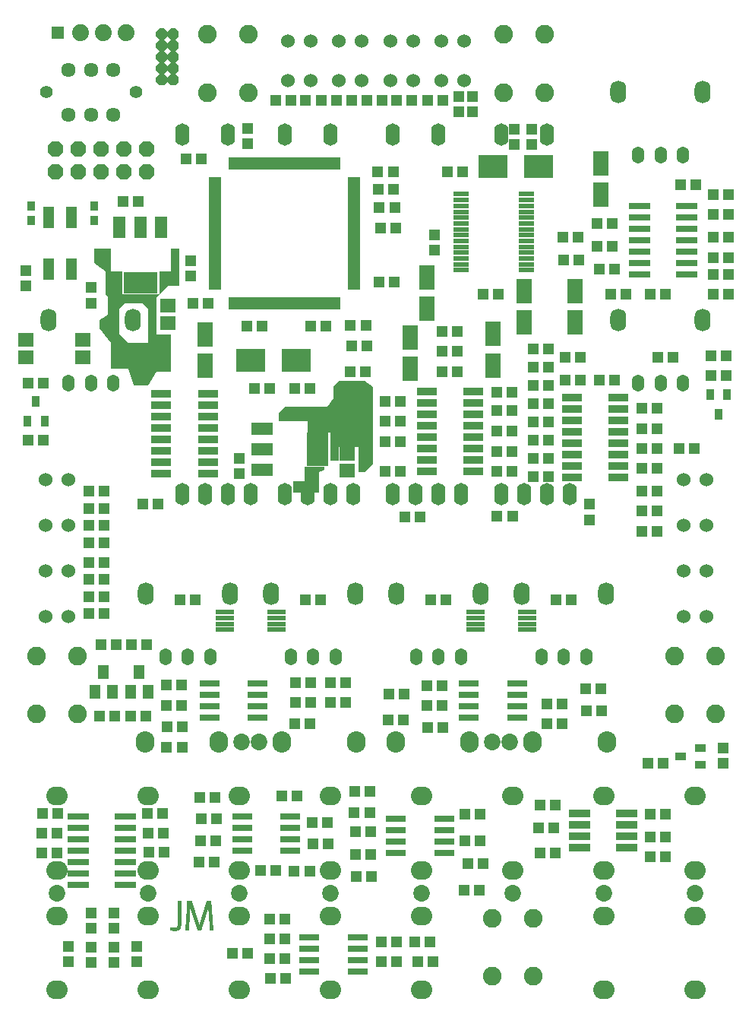
<source format=gts>
G04 DipTrace 3.3.0.0*
G04 typhoon.GTS*
%MOIN*%
G04 #@! TF.FileFunction,Soldermask,Top*
G04 #@! TF.Part,Single*
%AMOUTLINE0*
4,1,4,
0.026163,-0.026163,
0.026205,0.026121,
-0.026121,0.026205,
-0.026163,-0.026163,
0.026163,-0.026163,
0*%
%AMOUTLINE1*
4,1,8,
-0.034184,0.014159,
-0.014159,0.034184,
0.014159,0.034184,
0.034184,0.014159,
0.034184,-0.014159,
0.014159,-0.034184,
-0.014159,-0.034184,
-0.034184,-0.014159,
-0.034184,0.014159,
0*%
%AMOUTLINE3*
4,1,8,
0.010355,-0.025,
0.025,-0.010355,
0.025,0.010355,
0.010355,0.025,
-0.010355,0.025,
-0.025,0.010355,
-0.025,-0.010355,
-0.010355,-0.025,
0.010355,-0.025,
0*%
%AMOUTLINE6*
4,1,4,
-0.01,-0.0275,
-0.01,0.0275,
0.01,0.0275,
0.01,-0.0275,
-0.01,-0.0275,
0*%
%AMOUTLINE9*
4,1,4,
0.0275,-0.01,
-0.0275,-0.01,
-0.0275,0.01,
0.0275,0.01,
0.0275,-0.01,
0*%
%ADD12C,0.001*%
%ADD35C,0.074*%
%ADD58O,0.054X0.074*%
%ADD59O,0.07X0.1*%
%ADD78O,0.063X0.098*%
%ADD80R,0.078866X0.023748*%
%ADD82R,0.095X0.032*%
%ADD84R,0.04737X0.035559*%
%ADD86R,0.08674X0.031622*%
%ADD88R,0.094614X0.149732*%
%ADD90R,0.095992X0.055992*%
%ADD92R,0.035559X0.04737*%
%ADD94R,0.088X0.034*%
%ADD96R,0.149732X0.094614*%
%ADD98R,0.055992X0.095992*%
%ADD100R,0.094614X0.031622*%
%ADD102R,0.067055X0.023748*%
%ADD104C,0.055559*%
%ADD106C,0.063433*%
%ADD108R,0.04737X0.063118*%
%ADD110R,0.12611X0.102488*%
%ADD112C,0.06*%
%ADD114C,0.082*%
%ADD116O,0.083X0.093*%
%ADD118C,0.073*%
%ADD120O,0.093X0.083*%
%ADD122R,0.035559X0.041465*%
%ADD124R,0.04737X0.094614*%
%ADD126R,0.067055X0.059181*%
%ADD128R,0.051307X0.04737*%
%ADD130R,0.070992X0.106425*%
%ADD132R,0.04737X0.051307*%
%ADD138OUTLINE0*%
%ADD139OUTLINE1*%
%ADD141OUTLINE3*%
%ADD144OUTLINE6*%
%ADD147OUTLINE9*%
%FSLAX26Y26*%
G04*
G70*
G90*
G75*
G01*
G04 TopMask*
%LPD*%
D132*
X1417071Y4233374D3*
Y4166445D3*
X2587105Y4231038D3*
Y4164109D3*
X2663835Y4231038D3*
Y4164109D3*
D130*
X2966603Y4081795D3*
Y3944000D3*
D128*
X1212567Y4102465D3*
X1145638D3*
X1987629Y4045235D3*
X2054558D3*
X2358532Y4044000D3*
X2291603D3*
X2056965Y3969123D3*
X1990036D3*
X3314548Y3986081D3*
X3381477D3*
X3525067Y3944000D3*
X3458138D3*
X869634Y3915555D3*
X936563D3*
X2949674Y3819000D3*
X3016603D3*
D132*
X2234594Y3766840D3*
Y3699911D3*
D128*
X2866603Y3758399D3*
X2799674D3*
X3526311Y3756500D3*
X3459382D3*
X3016603Y3719000D3*
X2949674D3*
D130*
X2204103Y3581500D3*
Y3443705D3*
D132*
X441603Y3544000D3*
Y3610929D3*
D130*
X2629103Y3520899D3*
Y3383104D3*
X2854103Y3520899D3*
Y3383104D3*
D128*
X1992991Y3561915D3*
X2059920D3*
D132*
X729103Y3535929D3*
Y3469000D3*
D128*
X2516603Y3508399D3*
X2449674D3*
X3250067Y3506500D3*
X3183138D3*
X3525067D3*
X3458138D3*
X1241603Y3469000D3*
X1174674D3*
D126*
X1066603Y3456500D3*
Y3381697D3*
D130*
X2491603Y3333119D3*
Y3195324D3*
X1229103Y3331500D3*
Y3193705D3*
X2129103Y3319000D3*
Y3181205D3*
D128*
X1867654Y3369531D3*
X1934583D3*
X1479103Y3369000D3*
X1412174D3*
X1691603D3*
X1758532D3*
X2337567Y3344000D3*
X2270638D3*
D126*
X441603Y3306500D3*
Y3231697D3*
X691603Y3231500D3*
Y3306303D3*
D128*
X1872007Y3279324D3*
X1938936D3*
X3449674Y3237307D3*
X3516603D3*
X2808138Y3230194D3*
X2875067D3*
X2270638Y3169000D3*
X2337567D3*
X3449674Y3149807D3*
X3516603D3*
X1514381Y3094000D3*
X1447452D3*
X1622452D3*
X1689381D3*
X2875067Y3130194D3*
X2808138D3*
X3025067D3*
X2958138D3*
X2575067Y3077465D3*
X2508138D3*
X2737567Y2947958D3*
X2670638D3*
X454103Y2869000D3*
X521032D3*
X3308138Y2831500D3*
X3375067D3*
D126*
X1854103Y2808478D3*
Y2733675D3*
D132*
X1380450Y2786251D3*
Y2719322D3*
D128*
X2087567Y2731500D3*
X2020638D3*
X2104914Y2531579D3*
X2171843D3*
X2577788Y2535228D3*
X2510859D3*
X954838Y2588340D3*
X1021767D3*
D132*
X2916603Y2519000D3*
Y2585929D3*
D128*
X1624674Y1805571D3*
X1691603D3*
X1127189Y1795850D3*
X1060260D3*
X2204103Y1704004D3*
X2271032D3*
X2796032Y1623992D3*
X2729103D3*
X2206101Y1608010D3*
X2273031D3*
X1061070Y1521954D3*
X1127999D3*
D132*
X3504103Y1519000D3*
Y1452071D3*
D128*
X516603Y1231500D3*
X583532D3*
X1041603D3*
X974674D3*
X3181914Y1229130D3*
X3248843D3*
X1213164Y1206500D3*
X1280094D3*
X1890605Y1149290D3*
X1957534D3*
X2370638Y1110535D3*
X2437567D3*
X1050067Y1060535D3*
X983138D3*
X579846Y1057924D3*
X512916D3*
X2699674Y1056500D3*
X2766603D3*
X1538338Y980235D3*
X1471408D3*
X1620898Y978860D3*
X1687827D3*
X1958759Y954605D3*
X1891830D3*
X1512174Y681500D3*
X1579103D3*
X2071032Y669000D3*
X2004103D3*
X1516603Y506500D3*
X1583532D3*
D124*
X541603Y3619000D3*
X641603D3*
Y3843803D3*
X541603D3*
D122*
X466603Y3894000D3*
Y3831008D3*
X741603Y3894000D3*
Y3831008D3*
D120*
X2979103Y982000D3*
Y1307000D3*
D118*
Y882000D3*
D120*
X2179103Y982000D3*
Y1307000D3*
D118*
Y882000D3*
D116*
X1567103Y1544000D3*
X1892103D3*
D118*
X1467103D3*
D120*
X1379103Y781000D3*
Y456000D3*
D118*
Y881000D3*
D120*
X3379103Y982000D3*
Y1307000D3*
D118*
Y882000D3*
D120*
Y781000D3*
Y456000D3*
D118*
Y881000D3*
D120*
X979103Y781000D3*
Y456000D3*
D118*
Y881000D3*
D116*
X2667103Y1544000D3*
X2992103D3*
D118*
X2567103D3*
D120*
X579103Y982000D3*
Y1307000D3*
D118*
Y882000D3*
D116*
X2391103Y1544000D3*
X2066103D3*
D118*
X2491103D3*
D120*
X1779103Y781000D3*
Y456000D3*
D118*
Y881000D3*
D120*
X2579103Y982000D3*
Y1307000D3*
D118*
Y882000D3*
D120*
X2979103Y781000D3*
Y456000D3*
D118*
Y881000D3*
D120*
X579103Y781000D3*
Y456000D3*
D118*
Y881000D3*
D120*
X1779103Y982000D3*
Y1307000D3*
D118*
Y882000D3*
D120*
X1379103Y982000D3*
Y1307000D3*
D118*
Y882000D3*
D120*
X979103Y982000D3*
Y1307000D3*
D118*
Y882000D3*
D116*
X1291103Y1544000D3*
X966103D3*
D118*
X1391103D3*
D120*
X2179103Y781000D3*
Y456000D3*
D118*
Y881000D3*
D138*
X584065Y4654962D3*
D35*
X684065D3*
X784065D3*
X884065D3*
D112*
X3429103Y2694000D3*
X3329103D3*
X3429103Y2494000D3*
X3329103D3*
X3429103Y2294000D3*
X3329103D3*
X3429103Y2094000D3*
X3329103D3*
X2266603Y4619000D3*
X2366603D3*
X2041603D3*
X2141603D3*
X1816603D3*
X1916603D3*
X1591603D3*
X1691603D3*
X2266603Y4444000D3*
X2366603D3*
X2041603D3*
X2141603D3*
X1816603D3*
X1916603D3*
X1591603D3*
X1691603D3*
X629103Y2694000D3*
X529103D3*
X629103Y2494000D3*
X529103D3*
X629103Y2294000D3*
X529103D3*
X629103Y2094000D3*
X529103D3*
D139*
X971116Y4144209D3*
Y4044209D3*
X871116Y4144209D3*
Y4044209D3*
X771116Y4144209D3*
Y4044209D3*
X671116Y4144209D3*
Y4044209D3*
X571116Y4144209D3*
Y4044209D3*
D141*
X1040548Y4649172D3*
X1090548D3*
X1040548Y4599172D3*
X1090548D3*
X1040548Y4549172D3*
X1090548D3*
X1040548Y4499172D3*
X1090548D3*
X1040548Y4449172D3*
X1090548D3*
D110*
X2491603Y4069000D3*
X2691230D3*
X1431092Y3219000D3*
X1630720D3*
D108*
X746965Y1765188D3*
X784366Y1851802D3*
X821768Y1765188D3*
X903080Y1763547D3*
X940482Y1850161D3*
X977884Y1763547D3*
D128*
X1607322Y4356160D3*
X1540393D3*
X1737994D3*
X1671065D3*
X1871817D3*
X1804887D3*
X1937798D3*
X2004727D3*
X2070075D3*
X2137004D3*
X2206844D3*
X2273773D3*
D132*
X2342264Y4375781D3*
Y4308852D3*
X2404103Y4375781D3*
Y4308852D3*
D128*
X1994191Y3885928D3*
X2061120D3*
X3459597Y3856500D3*
X3526527D3*
X1998231Y3797934D3*
X2065160D3*
X3526220Y3669000D3*
X3459290D3*
X2804103Y3658399D3*
X2871032D3*
D132*
X1167663Y3588068D3*
Y3654997D3*
D128*
X2958138Y3619000D3*
X3025067D3*
X3459382Y3594000D3*
X3526311D3*
X3075067Y3506500D3*
X3008138D3*
X2737567Y3269000D3*
X2670638D3*
X2337567Y3256500D3*
X2270638D3*
X3216603Y3231500D3*
X3283532D3*
X1866603Y3169000D3*
X1933532D3*
X2670638Y3188743D3*
X2737567D3*
X521032Y3119000D3*
X454103D3*
X2737567Y3108480D3*
X2670638D3*
X2087567Y3037445D3*
X2020638D3*
X3145638Y3006500D3*
X3212567D3*
X2575067Y2998035D3*
X2508138D3*
X2737567Y3028219D3*
X2670638D3*
X2020638Y2949945D3*
X2087567D3*
X3212567Y2919000D3*
X3145638D3*
X2508138Y2906500D3*
X2575067D3*
X2087567Y2862445D3*
X2020638D3*
X3212567Y2831500D3*
X3145638D3*
X2575067Y2819000D3*
X2508138D3*
X2670638Y2867697D3*
X2737567D3*
X3145638Y2744000D3*
X3212567D3*
X2575067Y2731500D3*
X2508138D3*
X2737567Y2787436D3*
X2670638D3*
X720638Y2644000D3*
X787567D3*
X2737567Y2707175D3*
X2670638D3*
X3145638Y2644000D3*
X3212567D3*
X720638Y2569000D3*
X787567D3*
X3145638Y2556500D3*
X3212567D3*
X720638Y2494000D3*
X787567D3*
X3212567Y2469000D3*
X3145638D3*
X720638Y2419000D3*
X787567D3*
X720638Y2331500D3*
X787567D3*
X720638Y2256500D3*
X787567D3*
X720638Y2181500D3*
X787567D3*
X720638Y2106500D3*
X787567D3*
X839346Y1970881D3*
X772416D3*
X973947Y1969560D3*
X907017D3*
X1845626Y1803134D3*
X1778697D3*
X2204103Y1791504D3*
X2271032D3*
X2966603Y1777340D3*
X2899674D3*
X2036342Y1755171D3*
X2103271D3*
X1846032Y1719000D3*
X1779103D3*
X1624674Y1718071D3*
X1691603D3*
X2796032Y1711492D3*
X2729103D3*
X1127189Y1705168D3*
X1060260D3*
X2968717Y1680008D3*
X2901788D3*
X833188Y1657096D3*
X766259D3*
X969126Y1656093D3*
X902197D3*
X2032584Y1642173D3*
X2099513D3*
X1690008Y1622909D3*
X1623079D3*
X1063441Y1610745D3*
X1130370D3*
X3171742Y1452433D3*
X3238671D3*
X1953004Y1328882D3*
X1886075D3*
X1566603Y1306500D3*
X1633532D3*
X1271629Y1302465D3*
X1204700D3*
X2699674Y1269000D3*
X2766603D3*
X1951115Y1235167D3*
X1884185D3*
X2437567Y1227465D3*
X2370638D3*
X1766985Y1191554D3*
X1700055D3*
X2691603Y1169000D3*
X2758532D3*
X579103Y1144000D3*
X512174D3*
X979103D3*
X1046032D3*
X3183138Y1127465D3*
X3250067D3*
X1208138Y1110535D3*
X1275067D3*
X1701548Y1095970D3*
X1768477D3*
X1888510Y1051681D3*
X1955439D3*
X3250067Y1039965D3*
X3183138D3*
X1204103Y1019000D3*
X1271032D3*
X2383138Y1010535D3*
X2450067D3*
X2366603Y894000D3*
X2433532D3*
D132*
X729103Y794000D3*
Y727071D3*
X829103Y794000D3*
Y727071D3*
D128*
X1512174Y769000D3*
X1579103D3*
X2216603Y669000D3*
X2149674D3*
D132*
X629103Y581500D3*
Y648429D3*
X929103Y581500D3*
Y648429D3*
X729103Y644000D3*
Y577071D3*
X829103Y644000D3*
Y577071D3*
D128*
X1349674Y619000D3*
X1416603D3*
X1579103Y594000D3*
X1512174D3*
X2071032Y581500D3*
X2004103D3*
X2229103D3*
X2162174D3*
X1187567Y2169000D3*
X1120638D3*
X2770638D3*
X2837567D3*
X2287567D3*
X2220638D3*
X1670638D3*
X1737567D3*
D114*
X3290103Y1922000D3*
Y1666000D3*
X3468103Y1922000D3*
Y1666000D3*
D106*
X729103Y4295575D3*
Y4492425D3*
X827528D3*
Y4295575D3*
X630678D3*
Y4492425D3*
D104*
X925953Y4394000D3*
X532252D3*
D114*
X1240103Y4647000D3*
Y4391000D3*
X1418103Y4647000D3*
Y4391000D3*
X2718103D3*
Y4647000D3*
X2540103Y4391000D3*
Y4647000D3*
X490103Y1922000D3*
Y1666000D3*
X668103Y1922000D3*
Y1666000D3*
X2490103Y772000D3*
Y516000D3*
X2668103Y772000D3*
Y516000D3*
D144*
X1341603Y3469000D3*
X1361288D3*
X1380973D3*
X1400658D3*
X1420343D3*
X1440028D3*
X1459713D3*
X1479398D3*
X1499083D3*
X1518768D3*
X1538453D3*
X1558138D3*
X1577823D3*
X1597508D3*
X1617193D3*
X1636878D3*
X1656563D3*
X1676248D3*
X1695933D3*
X1715618D3*
X1735304D3*
X1754989D3*
X1774674D3*
X1794359D3*
X1814044D3*
D147*
X1882941Y3537898D3*
Y3557583D3*
Y3577268D3*
Y3596953D3*
Y3616638D3*
Y3636323D3*
Y3656008D3*
Y3675693D3*
Y3695378D3*
Y3715063D3*
Y3734748D3*
Y3754433D3*
Y3774118D3*
Y3793803D3*
Y3813488D3*
Y3833173D3*
Y3852858D3*
Y3872543D3*
Y3892228D3*
Y3911913D3*
Y3931598D3*
Y3951283D3*
Y3970969D3*
Y3990654D3*
Y4010339D3*
D144*
X1814044Y4079236D3*
X1794359D3*
X1774674D3*
X1754989D3*
X1735304D3*
X1715618D3*
X1695933D3*
X1676248D3*
X1656563D3*
X1636878D3*
X1617193D3*
X1597508D3*
X1577823D3*
X1558138D3*
X1538453D3*
X1518768D3*
X1499083D3*
X1479398D3*
X1459713D3*
X1440028D3*
X1420343D3*
X1400658D3*
X1380973D3*
X1361288D3*
X1341603D3*
D147*
X1272705Y4010339D3*
Y3990654D3*
Y3970969D3*
Y3951283D3*
Y3931598D3*
Y3911913D3*
Y3892228D3*
Y3872543D3*
Y3852858D3*
Y3833173D3*
Y3813488D3*
Y3793803D3*
Y3774118D3*
Y3754433D3*
Y3734748D3*
Y3715063D3*
Y3695378D3*
Y3675693D3*
Y3656008D3*
Y3636323D3*
Y3616638D3*
Y3596953D3*
Y3577268D3*
Y3557583D3*
Y3537898D3*
D102*
X2354103Y3945899D3*
Y3920308D3*
Y3894717D3*
Y3869126D3*
Y3843535D3*
Y3817946D3*
Y3792356D3*
Y3766764D3*
Y3741173D3*
Y3715583D3*
Y3689993D3*
Y3664403D3*
Y3638811D3*
Y3613220D3*
X2639536D3*
Y3638811D3*
Y3664403D3*
Y3689993D3*
Y3715583D3*
Y3741173D3*
Y3766764D3*
Y3792356D3*
Y3817946D3*
Y3843535D3*
Y3869126D3*
Y3894717D3*
Y3920308D3*
Y3945899D3*
D100*
X3341603Y3594000D3*
Y3644000D3*
Y3694000D3*
Y3744000D3*
Y3794000D3*
Y3844000D3*
Y3894000D3*
X3136877D3*
Y3844000D3*
Y3794000D3*
Y3744000D3*
Y3694000D3*
Y3644000D3*
Y3594000D3*
D98*
X1036071Y3800517D3*
X945087D3*
X854103D3*
D96*
X945087Y3556500D3*
D94*
X2406103Y2731500D3*
X2202103D3*
X2406103Y2781500D3*
Y2831500D3*
X2202103Y2781500D3*
Y2831500D3*
X2406103Y2881500D3*
X2202103D3*
X2406103Y2931500D3*
X2202103D3*
X2406103Y2981500D3*
Y3031500D3*
X2202103Y2981500D3*
Y3031500D3*
X2406103Y3081500D3*
X2202103D3*
D92*
X3520540Y3068114D3*
X3445737D3*
X3483138Y2981500D3*
X450166Y2950693D3*
X524969D3*
X487567Y3037307D3*
D94*
X1241603Y2720984D3*
X1037603D3*
X1241603Y2770984D3*
Y2820984D3*
X1037603Y2770984D3*
Y2820984D3*
X1241603Y2870984D3*
X1037603D3*
X1241603Y2920984D3*
X1037603D3*
X1241603Y2970984D3*
Y3020984D3*
X1037603Y2970984D3*
Y3020984D3*
X1241603Y3070984D3*
X1037603D3*
X3043603Y2705194D3*
X2839603D3*
X3043603Y2755194D3*
Y2805194D3*
X2839603Y2755194D3*
Y2805194D3*
X3043603Y2855194D3*
X2839603D3*
X3043603Y2905194D3*
X2839603D3*
X3043603Y2955194D3*
Y3005194D3*
X2839603Y2955194D3*
Y3005194D3*
X3043603Y3055194D3*
X2839603D3*
D90*
X1479103Y2918159D3*
Y2827175D3*
Y2736190D3*
D88*
X1723120Y2827175D3*
D86*
X1460402Y1650299D3*
Y1700299D3*
Y1750299D3*
Y1800299D3*
X1247804D3*
Y1750299D3*
Y1700299D3*
Y1650299D3*
X2597902D3*
Y1700299D3*
Y1750299D3*
Y1800299D3*
X2385304D3*
Y1750299D3*
Y1700299D3*
Y1650299D3*
D84*
X3404103Y1444000D3*
Y1518803D3*
X3317489Y1481402D3*
D82*
X3079103Y1081500D3*
Y1131500D3*
Y1181500D3*
Y1231500D3*
X2873104D3*
Y1181500D3*
Y1131500D3*
Y1081500D3*
D86*
X1604103Y1069000D3*
Y1119000D3*
Y1169000D3*
Y1219000D3*
X1391504D3*
Y1169000D3*
Y1119000D3*
Y1069000D3*
D100*
X879103Y919000D3*
Y969000D3*
Y1019000D3*
Y1069000D3*
Y1119000D3*
Y1169000D3*
Y1219000D3*
X674377D3*
Y1169000D3*
Y1119000D3*
Y1069000D3*
Y1019000D3*
Y969000D3*
Y919000D3*
D86*
X2279103Y1056500D3*
Y1106500D3*
Y1156500D3*
Y1206500D3*
X2066504D3*
Y1156500D3*
Y1106500D3*
Y1056500D3*
X1897902Y537799D3*
Y587799D3*
Y637799D3*
Y687799D3*
X1685304D3*
Y637799D3*
Y587799D3*
Y537799D3*
D80*
X1543276Y2036865D3*
Y2062455D3*
Y2088046D3*
Y2113636D3*
X1314929D3*
Y2088046D3*
Y2062455D3*
Y2036865D3*
X2643276D3*
Y2062455D3*
Y2088046D3*
Y2113636D3*
X2414929D3*
Y2088046D3*
Y2062455D3*
Y2036865D3*
D78*
X2254103Y2631598D3*
X2354103D3*
X2254103Y4206402D3*
X2154103Y2631598D3*
X2054103Y4206402D3*
Y2631598D3*
D58*
X1605678Y1918409D3*
X1704103D3*
X1802528D3*
D59*
X1519063Y2194000D3*
X1889142D3*
D58*
X3130678Y3118409D3*
X3229103D3*
X3327528D3*
D59*
X3044063Y3394000D3*
X3414142D3*
D58*
X2705678Y1918409D3*
X2804103D3*
X2902528D3*
D59*
X2619063Y2194000D3*
X2989142D3*
D58*
X630678Y3118409D3*
X729103D3*
X827528D3*
D59*
X544063Y3394000D3*
X914142D3*
D58*
X2155678Y1918409D3*
X2254103D3*
X2352528D3*
D59*
X2069063Y2194000D3*
X2439142D3*
D58*
X3130678Y4118409D3*
X3229103D3*
X3327528D3*
D59*
X3044063Y4394000D3*
X3414142D3*
D78*
X2729103Y2631598D3*
X2829103D3*
X2729103Y4206402D3*
X2629103Y2631598D3*
X2529103Y4206402D3*
Y2631598D3*
X1779103D3*
X1879103D3*
X1779103Y4206402D3*
X1679103Y2631598D3*
X1579103Y4206402D3*
Y2631598D3*
X1329103D3*
X1429103D3*
X1329103Y4206402D3*
X1229103Y2631598D3*
X1129103Y4206402D3*
Y2631598D3*
D58*
X1055678Y1918409D3*
X1154103D3*
X1252528D3*
D59*
X969063Y2194000D3*
X1339142D3*
G36*
X1104103Y3706500D2*
X1066603D1*
X1079103D1*
Y3606500D1*
X1029103D1*
Y3506500D1*
X866603D1*
Y3606500D1*
X816603D1*
Y3706500D1*
X741603D1*
Y3644000D1*
X791603Y3606500D1*
Y3506500D1*
X804103Y3494000D1*
Y3419000D1*
X766603Y3394000D1*
Y3356500D1*
X816603Y3294000D1*
Y3181500D1*
X891603D1*
X916603Y3106500D1*
X979103D1*
X1016603Y3169000D1*
X1079103D1*
Y3294000D1*
X891603D1*
X854103Y3331500D1*
Y3444000D1*
X879103Y3469000D1*
X954103D1*
X979103Y3444000D1*
Y3294000D1*
X1079103D1*
Y3331500D1*
X1016603D1*
Y3494000D1*
X1066603Y3544000D1*
X1116603D1*
Y3706500D1*
X1104103D1*
G37*
G36*
X1554103Y2951239D2*
X1679103D1*
Y2901239D1*
X1779103D1*
Y2776239D1*
X1816603D1*
Y2838739D1*
X1904103D1*
Y2738739D1*
Y2726239D1*
X1929103D1*
X1966603Y2763739D1*
Y3088739D1*
Y3101239D1*
X1929103Y3126239D1*
X1816603D1*
X1791603Y3101239D1*
Y3051239D1*
X1766603Y3013739D1*
X1579103D1*
X1554103Y2988739D1*
D1*
Y2951239D1*
G37*
G36*
X1616603Y2688739D2*
Y2638739D1*
X1729103D1*
Y2726239D1*
X1754103Y2738739D1*
Y2751239D1*
X1666603D1*
Y2688739D1*
D1*
X1616603D1*
G37*
X1110003Y846528D2*
D12*
X1122003D1*
X1151003D2*
X1168003D1*
X1236003D2*
X1253003D1*
X1110003Y845528D2*
X1122003D1*
X1151003D2*
X1168503D1*
X1235848D2*
X1253041D1*
X1110003Y844528D2*
X1122003D1*
X1151003D2*
X1168918D1*
X1235597D2*
X1253169D1*
X1110003Y843528D2*
X1122003D1*
X1151003D2*
X1169307D1*
X1235303D2*
X1253409D1*
X1110003Y842528D2*
X1122003D1*
X1151003D2*
X1169663D1*
X1235000D2*
X1253665D1*
X1110003Y841528D2*
X1122003D1*
X1151003D2*
X1169991D1*
X1234664D2*
X1253840D1*
X1110003Y840528D2*
X1122003D1*
X1151003D2*
X1170337D1*
X1234330D2*
X1253933D1*
X1110003Y839528D2*
X1122003D1*
X1151003D2*
X1170675D1*
X1234010D2*
X1253975D1*
X1110003Y838528D2*
X1122003D1*
X1150999D2*
X1170995D1*
X1233667D2*
X1253992D1*
X1110003Y837528D2*
X1122003D1*
X1150964D2*
X1171338D1*
X1233331D2*
X1253999D1*
X1110003Y836528D2*
X1122003D1*
X1150836D2*
X1171675D1*
X1233011D2*
X1254002D1*
X1110003Y835528D2*
X1122003D1*
X1150597D2*
X1171995D1*
X1232667D2*
X1254003D1*
X1110003Y834528D2*
X1122003D1*
X1150341D2*
X1172339D1*
X1232331D2*
X1254003D1*
X1110003Y833528D2*
X1122003D1*
X1150166D2*
X1172675D1*
X1232011D2*
X1254007D1*
X1110003Y832528D2*
X1122003D1*
X1150073D2*
X1172995D1*
X1231671D2*
X1254042D1*
X1110003Y831528D2*
X1122003D1*
X1150031D2*
X1173339D1*
X1231366D2*
X1254169D1*
X1110003Y830528D2*
X1122003D1*
X1150013D2*
X1173675D1*
X1231138D2*
X1254409D1*
X1110003Y829528D2*
X1122003D1*
X1150007D2*
X1173995D1*
X1230911D2*
X1254665D1*
X1110003Y828528D2*
X1122003D1*
X1150004D2*
X1174339D1*
X1230622D2*
X1254840D1*
X1110003Y827528D2*
X1122003D1*
X1150003D2*
X1174675D1*
X1230312D2*
X1254933D1*
X1110003Y826528D2*
X1122003D1*
X1150003D2*
X1174995D1*
X1230004D2*
X1254975D1*
X1110003Y825528D2*
X1122003D1*
X1150003D2*
X1175335D1*
X1229665D2*
X1254992D1*
X1110003Y824528D2*
X1122003D1*
X1150003D2*
X1175640D1*
X1229330D2*
X1254999D1*
X1110003Y823528D2*
X1122003D1*
X1149999D2*
X1175868D1*
X1229010D2*
X1255002D1*
X1110003Y822528D2*
X1122003D1*
X1149964D2*
X1176095D1*
X1228667D2*
X1255003D1*
X1110003Y821528D2*
X1122003D1*
X1149836D2*
X1162003D1*
X1164041D2*
X1176384D1*
X1228331D2*
X1240999D1*
X1243003D2*
X1255003D1*
X1110003Y820528D2*
X1122003D1*
X1149597D2*
X1162003D1*
X1164169D2*
X1176693D1*
X1228011D2*
X1240964D1*
X1243007D2*
X1255007D1*
X1110003Y819528D2*
X1122003D1*
X1149341D2*
X1161999D1*
X1164409D2*
X1177002D1*
X1227671D2*
X1240836D1*
X1243042D2*
X1255042D1*
X1110003Y818528D2*
X1122003D1*
X1149166D2*
X1161964D1*
X1164669D2*
X1177341D1*
X1227366D2*
X1240593D1*
X1243169D2*
X1255169D1*
X1110003Y817528D2*
X1122003D1*
X1149073D2*
X1161836D1*
X1164879D2*
X1177676D1*
X1227138D2*
X1240302D1*
X1243409D2*
X1255409D1*
X1110003Y816528D2*
X1122003D1*
X1149031D2*
X1161597D1*
X1165099D2*
X1177996D1*
X1226911D2*
X1240000D1*
X1243665D2*
X1255665D1*
X1110003Y815528D2*
X1122003D1*
X1149013D2*
X1161341D1*
X1165385D2*
X1178339D1*
X1226622D2*
X1239664D1*
X1243840D2*
X1255840D1*
X1110003Y814528D2*
X1122003D1*
X1149007D2*
X1161166D1*
X1165694D2*
X1178675D1*
X1226312D2*
X1239330D1*
X1243933D2*
X1255933D1*
X1110003Y813528D2*
X1122003D1*
X1149004D2*
X1161073D1*
X1166003D2*
X1178995D1*
X1226004D2*
X1239010D1*
X1243975D2*
X1255975D1*
X1110003Y812528D2*
X1122003D1*
X1149003D2*
X1161031D1*
X1166341D2*
X1179339D1*
X1225665D2*
X1238667D1*
X1243992D2*
X1255992D1*
X1110003Y811528D2*
X1122003D1*
X1149003D2*
X1161013D1*
X1166676D2*
X1179675D1*
X1225330D2*
X1238331D1*
X1243999D2*
X1255999D1*
X1110003Y810528D2*
X1122003D1*
X1149003D2*
X1161007D1*
X1166996D2*
X1179995D1*
X1225010D2*
X1238011D1*
X1244002D2*
X1256002D1*
X1110003Y809528D2*
X1122003D1*
X1149003D2*
X1161004D1*
X1167339D2*
X1180339D1*
X1224667D2*
X1237667D1*
X1244003D2*
X1256003D1*
X1110003Y808528D2*
X1122003D1*
X1148999D2*
X1161003D1*
X1167675D2*
X1180675D1*
X1224331D2*
X1237331D1*
X1244003D2*
X1256003D1*
X1110003Y807528D2*
X1122003D1*
X1148964D2*
X1161003D1*
X1167995D2*
X1180995D1*
X1224011D2*
X1237011D1*
X1244003D2*
X1256007D1*
X1110003Y806528D2*
X1122003D1*
X1148836D2*
X1161003D1*
X1168339D2*
X1181339D1*
X1223667D2*
X1236667D1*
X1244007D2*
X1256042D1*
X1110003Y805528D2*
X1122003D1*
X1148597D2*
X1161003D1*
X1168675D2*
X1181675D1*
X1223331D2*
X1236331D1*
X1244042D2*
X1256169D1*
X1110003Y804528D2*
X1122003D1*
X1148341D2*
X1160999D1*
X1168995D2*
X1181995D1*
X1223011D2*
X1236011D1*
X1244169D2*
X1256409D1*
X1110003Y803528D2*
X1122003D1*
X1148166D2*
X1160964D1*
X1169339D2*
X1182339D1*
X1222671D2*
X1235671D1*
X1244409D2*
X1256665D1*
X1110003Y802528D2*
X1122003D1*
X1148073D2*
X1160836D1*
X1169675D2*
X1182675D1*
X1222366D2*
X1235366D1*
X1244665D2*
X1256840D1*
X1110003Y801528D2*
X1122003D1*
X1148031D2*
X1160597D1*
X1169995D2*
X1182995D1*
X1222138D2*
X1235138D1*
X1244840D2*
X1256933D1*
X1110003Y800528D2*
X1122003D1*
X1148013D2*
X1160341D1*
X1170339D2*
X1183335D1*
X1221911D2*
X1234911D1*
X1244933D2*
X1256975D1*
X1110003Y799528D2*
X1122003D1*
X1148007D2*
X1160166D1*
X1170675D2*
X1183640D1*
X1221622D2*
X1234622D1*
X1244975D2*
X1256992D1*
X1110003Y798528D2*
X1122003D1*
X1148004D2*
X1160073D1*
X1170995D2*
X1183868D1*
X1221312D2*
X1234312D1*
X1244992D2*
X1256999D1*
X1110003Y797528D2*
X1122003D1*
X1148003D2*
X1160031D1*
X1171339D2*
X1184095D1*
X1221004D2*
X1234004D1*
X1244999D2*
X1257002D1*
X1110003Y796528D2*
X1122003D1*
X1148003D2*
X1160013D1*
X1171675D2*
X1184384D1*
X1220665D2*
X1233665D1*
X1245002D2*
X1257003D1*
X1110003Y795528D2*
X1122003D1*
X1148003D2*
X1160007D1*
X1171995D2*
X1184693D1*
X1220330D2*
X1233330D1*
X1245003D2*
X1257003D1*
X1110003Y794528D2*
X1122003D1*
X1148003D2*
X1160004D1*
X1172339D2*
X1185002D1*
X1220010D2*
X1233010D1*
X1245003D2*
X1257003D1*
X1110003Y793528D2*
X1122003D1*
X1148003D2*
X1160003D1*
X1172675D2*
X1185341D1*
X1219667D2*
X1232667D1*
X1245007D2*
X1257007D1*
X1110003Y792528D2*
X1122003D1*
X1147999D2*
X1160003D1*
X1172995D2*
X1185676D1*
X1219331D2*
X1232331D1*
X1245042D2*
X1257042D1*
X1110003Y791528D2*
X1122003D1*
X1147964D2*
X1160003D1*
X1173339D2*
X1185996D1*
X1219011D2*
X1232011D1*
X1245169D2*
X1257169D1*
X1110003Y790528D2*
X1122003D1*
X1147836D2*
X1160003D1*
X1173675D2*
X1186339D1*
X1218671D2*
X1231667D1*
X1245409D2*
X1257409D1*
X1110003Y789528D2*
X1122003D1*
X1147597D2*
X1159999D1*
X1173995D2*
X1186675D1*
X1218366D2*
X1231331D1*
X1245665D2*
X1257665D1*
X1110003Y788528D2*
X1122003D1*
X1147341D2*
X1159964D1*
X1174339D2*
X1186995D1*
X1218138D2*
X1231011D1*
X1245840D2*
X1257840D1*
X1110003Y787528D2*
X1122003D1*
X1147166D2*
X1159836D1*
X1174675D2*
X1187339D1*
X1217911D2*
X1230671D1*
X1245933D2*
X1257933D1*
X1110003Y786528D2*
X1122003D1*
X1147073D2*
X1159597D1*
X1174995D2*
X1187675D1*
X1217622D2*
X1230366D1*
X1245975D2*
X1257975D1*
X1110003Y785528D2*
X1122003D1*
X1147031D2*
X1159341D1*
X1175339D2*
X1187995D1*
X1217312D2*
X1230138D1*
X1245992D2*
X1257992D1*
X1110003Y784528D2*
X1122003D1*
X1147013D2*
X1159166D1*
X1175675D2*
X1188339D1*
X1217004D2*
X1229911D1*
X1245999D2*
X1257999D1*
X1110003Y783528D2*
X1122003D1*
X1147007D2*
X1159073D1*
X1175995D2*
X1188675D1*
X1216665D2*
X1229622D1*
X1246002D2*
X1258002D1*
X1110003Y782528D2*
X1122003D1*
X1147004D2*
X1159031D1*
X1176335D2*
X1188995D1*
X1216330D2*
X1229312D1*
X1246003D2*
X1258003D1*
X1110003Y781528D2*
X1122003D1*
X1147003D2*
X1159013D1*
X1176640D2*
X1189339D1*
X1216010D2*
X1229004D1*
X1246003D2*
X1258003D1*
X1110003Y780528D2*
X1122003D1*
X1147003D2*
X1159007D1*
X1176868D2*
X1189675D1*
X1215667D2*
X1228665D1*
X1246007D2*
X1258007D1*
X1110003Y779528D2*
X1122003D1*
X1147003D2*
X1159004D1*
X1177095D2*
X1189995D1*
X1215331D2*
X1228330D1*
X1246042D2*
X1258042D1*
X1110003Y778528D2*
X1122003D1*
X1147003D2*
X1159003D1*
X1177384D2*
X1190339D1*
X1215011D2*
X1228010D1*
X1246169D2*
X1258169D1*
X1110003Y777528D2*
X1122003D1*
X1146999D2*
X1159003D1*
X1177693D2*
X1190675D1*
X1214667D2*
X1227667D1*
X1246409D2*
X1258409D1*
X1110003Y776528D2*
X1122003D1*
X1146964D2*
X1159003D1*
X1178002D2*
X1190995D1*
X1214331D2*
X1227331D1*
X1246665D2*
X1258665D1*
X1110003Y775528D2*
X1122003D1*
X1146836D2*
X1159003D1*
X1178341D2*
X1191335D1*
X1214011D2*
X1227011D1*
X1246840D2*
X1258840D1*
X1110003Y774528D2*
X1122003D1*
X1146597D2*
X1158999D1*
X1178676D2*
X1191640D1*
X1213671D2*
X1226667D1*
X1246933D2*
X1258933D1*
X1110003Y773528D2*
X1122003D1*
X1146341D2*
X1158964D1*
X1178996D2*
X1191868D1*
X1213366D2*
X1226331D1*
X1246975D2*
X1258975D1*
X1110003Y772528D2*
X1122003D1*
X1146166D2*
X1158836D1*
X1179339D2*
X1192095D1*
X1213138D2*
X1226011D1*
X1246992D2*
X1258992D1*
X1110003Y771528D2*
X1122003D1*
X1146073D2*
X1158597D1*
X1179675D2*
X1192384D1*
X1212911D2*
X1225667D1*
X1246999D2*
X1258999D1*
X1110003Y770528D2*
X1122003D1*
X1146031D2*
X1158341D1*
X1179995D2*
X1192693D1*
X1212622D2*
X1225331D1*
X1247002D2*
X1259002D1*
X1110003Y769528D2*
X1122003D1*
X1146013D2*
X1158166D1*
X1180339D2*
X1193002D1*
X1212312D2*
X1225011D1*
X1247003D2*
X1259003D1*
X1110003Y768528D2*
X1122003D1*
X1146007D2*
X1158073D1*
X1180675D2*
X1193341D1*
X1212004D2*
X1224671D1*
X1247003D2*
X1259003D1*
X1110003Y767528D2*
X1122003D1*
X1146004D2*
X1158031D1*
X1180995D2*
X1193676D1*
X1211665D2*
X1224366D1*
X1247003D2*
X1259007D1*
X1110003Y766528D2*
X1122003D1*
X1146003D2*
X1158013D1*
X1181339D2*
X1193996D1*
X1211330D2*
X1224138D1*
X1247007D2*
X1259042D1*
X1110003Y765528D2*
X1122003D1*
X1146003D2*
X1158007D1*
X1181675D2*
X1194339D1*
X1211010D2*
X1223911D1*
X1247042D2*
X1259169D1*
X1110003Y764528D2*
X1122003D1*
X1146003D2*
X1158004D1*
X1181995D2*
X1194675D1*
X1210667D2*
X1223622D1*
X1247169D2*
X1259409D1*
X1110003Y763528D2*
X1122003D1*
X1146003D2*
X1158003D1*
X1182339D2*
X1194995D1*
X1210331D2*
X1223312D1*
X1247409D2*
X1259665D1*
X1110003Y762528D2*
X1122003D1*
X1145999D2*
X1158003D1*
X1182675D2*
X1195339D1*
X1210011D2*
X1223004D1*
X1247665D2*
X1259840D1*
X1110003Y761528D2*
X1122003D1*
X1145964D2*
X1158003D1*
X1182995D2*
X1195675D1*
X1209671D2*
X1222665D1*
X1247840D2*
X1259933D1*
X1110003Y760528D2*
X1122003D1*
X1145836D2*
X1158003D1*
X1183339D2*
X1195995D1*
X1209366D2*
X1222330D1*
X1247933D2*
X1259975D1*
X1110003Y759528D2*
X1122003D1*
X1145597D2*
X1157999D1*
X1183675D2*
X1196339D1*
X1209138D2*
X1222010D1*
X1247975D2*
X1259992D1*
X1110003Y758528D2*
X1122003D1*
X1145341D2*
X1157964D1*
X1183995D2*
X1196675D1*
X1208911D2*
X1221667D1*
X1247992D2*
X1259999D1*
X1110003Y757528D2*
X1122003D1*
X1145166D2*
X1157836D1*
X1184339D2*
X1196995D1*
X1208622D2*
X1221331D1*
X1247999D2*
X1260002D1*
X1110003Y756528D2*
X1122003D1*
X1145073D2*
X1157597D1*
X1184675D2*
X1197339D1*
X1208312D2*
X1221011D1*
X1248002D2*
X1260003D1*
X1110003Y755528D2*
X1122003D1*
X1145031D2*
X1157341D1*
X1184995D2*
X1197675D1*
X1208004D2*
X1220667D1*
X1248003D2*
X1260003D1*
X1110003Y754528D2*
X1122003D1*
X1145013D2*
X1157166D1*
X1185339D2*
X1197995D1*
X1207665D2*
X1220331D1*
X1248003D2*
X1260007D1*
X1110003Y753528D2*
X1122003D1*
X1145007D2*
X1157073D1*
X1185675D2*
X1198339D1*
X1207330D2*
X1220011D1*
X1248007D2*
X1260042D1*
X1110003Y752528D2*
X1122003D1*
X1145004D2*
X1157031D1*
X1185995D2*
X1198675D1*
X1207010D2*
X1219671D1*
X1248042D2*
X1260169D1*
X1110003Y751528D2*
X1122003D1*
X1145003D2*
X1157013D1*
X1186339D2*
X1198995D1*
X1206667D2*
X1219366D1*
X1248169D2*
X1260409D1*
X1110003Y750528D2*
X1122003D1*
X1145003D2*
X1157007D1*
X1186675D2*
X1199339D1*
X1206331D2*
X1219138D1*
X1248409D2*
X1260665D1*
X1110003Y749528D2*
X1122003D1*
X1145003D2*
X1157004D1*
X1186995D2*
X1199675D1*
X1206011D2*
X1218911D1*
X1248665D2*
X1260840D1*
X1109999Y748528D2*
X1122003D1*
X1145003D2*
X1157003D1*
X1187339D2*
X1199995D1*
X1205667D2*
X1218622D1*
X1248840D2*
X1260933D1*
X1109964Y747528D2*
X1122003D1*
X1144999D2*
X1157003D1*
X1187675D2*
X1200335D1*
X1205331D2*
X1218312D1*
X1248933D2*
X1260975D1*
X1109836Y746528D2*
X1122003D1*
X1144964D2*
X1157003D1*
X1187995D2*
X1200640D1*
X1205011D2*
X1218004D1*
X1248975D2*
X1260992D1*
X1109597Y745528D2*
X1121999D1*
X1144836D2*
X1156999D1*
X1188335D2*
X1200876D1*
X1204667D2*
X1217665D1*
X1248992D2*
X1260999D1*
X1109341Y744528D2*
X1121964D1*
X1144597D2*
X1156964D1*
X1188640D2*
X1201180D1*
X1204328D2*
X1217330D1*
X1248999D2*
X1261002D1*
X1109162Y743528D2*
X1121836D1*
X1144341D2*
X1156836D1*
X1188868D2*
X1201638D1*
X1203980D2*
X1217010D1*
X1249002D2*
X1261003D1*
X1109034Y742528D2*
X1121597D1*
X1144166D2*
X1156597D1*
X1189095D2*
X1202746D1*
X1203533D2*
X1216667D1*
X1249003D2*
X1261003D1*
X1108865Y741528D2*
X1121341D1*
X1144073D2*
X1156341D1*
X1189384D2*
X1216331D1*
X1249003D2*
X1261007D1*
X1108604Y740528D2*
X1121166D1*
X1144031D2*
X1156166D1*
X1189693D2*
X1216011D1*
X1249007D2*
X1261042D1*
X1108305Y739528D2*
X1121073D1*
X1144013D2*
X1156073D1*
X1190002D2*
X1215667D1*
X1249042D2*
X1261169D1*
X1107997Y738528D2*
X1121027D1*
X1144007D2*
X1156031D1*
X1190341D2*
X1215331D1*
X1249169D2*
X1261409D1*
X1107625Y737528D2*
X1120974D1*
X1144004D2*
X1156013D1*
X1190676D2*
X1215011D1*
X1249409D2*
X1261665D1*
X1107159Y736528D2*
X1120840D1*
X1144003D2*
X1156007D1*
X1190996D2*
X1214667D1*
X1249665D2*
X1261840D1*
X1106561Y735528D2*
X1120594D1*
X1144003D2*
X1156004D1*
X1191339D2*
X1214331D1*
X1249840D2*
X1261933D1*
X1105792Y734528D2*
X1120302D1*
X1144003D2*
X1156003D1*
X1191675D2*
X1214011D1*
X1249933D2*
X1261975D1*
X1104832Y733528D2*
X1120000D1*
X1144003D2*
X1156003D1*
X1191995D2*
X1213671D1*
X1249975D2*
X1261992D1*
X1103523Y732528D2*
X1119664D1*
X1143999D2*
X1156003D1*
X1192339D2*
X1213366D1*
X1249992D2*
X1261999D1*
X1077003Y731528D2*
X1079003D1*
X1101466D2*
X1119330D1*
X1143964D2*
X1156003D1*
X1192675D2*
X1213138D1*
X1249999D2*
X1262002D1*
X1077003Y730528D2*
X1085359D1*
X1098069D2*
X1119006D1*
X1143836D2*
X1155999D1*
X1192995D2*
X1212911D1*
X1250002D2*
X1262003D1*
X1077003Y729528D2*
X1093197D1*
X1093021D2*
X1118628D1*
X1143597D2*
X1155964D1*
X1193339D2*
X1212622D1*
X1250003D2*
X1262003D1*
X1077003Y728528D2*
X1118160D1*
X1143341D2*
X1155836D1*
X1193675D2*
X1212312D1*
X1250003D2*
X1262007D1*
X1076999Y727528D2*
X1117562D1*
X1143166D2*
X1155597D1*
X1193995D2*
X1212004D1*
X1250007D2*
X1262042D1*
X1076961Y726528D2*
X1116799D1*
X1143073D2*
X1155341D1*
X1194339D2*
X1211665D1*
X1250042D2*
X1262169D1*
X1076806Y725528D2*
X1115918D1*
X1143031D2*
X1155166D1*
X1194675D2*
X1211330D1*
X1250169D2*
X1262409D1*
X1076465Y724528D2*
X1114962D1*
X1143013D2*
X1155073D1*
X1194995D2*
X1211010D1*
X1250409D2*
X1262665D1*
X1076003Y723528D2*
X1113909D1*
X1143007D2*
X1155031D1*
X1195339D2*
X1210667D1*
X1250665D2*
X1262840D1*
X1077249Y722528D2*
X1112611D1*
X1143004D2*
X1155013D1*
X1195678D2*
X1210328D1*
X1250840D2*
X1262933D1*
X1078908Y721528D2*
X1110854D1*
X1143003D2*
X1155007D1*
X1196026D2*
X1209980D1*
X1250933D2*
X1262975D1*
X1081283Y720528D2*
X1108471D1*
X1143003D2*
X1155004D1*
X1196473D2*
X1209533D1*
X1250977D2*
X1262993D1*
X1084436Y719528D2*
X1105427D1*
X1143003D2*
X1155003D1*
X1197003D2*
X1209003D1*
X1251003D2*
X1263003D1*
X1088003Y718528D2*
X1102003D1*
X1110003Y846528D2*
Y845528D1*
Y844528D1*
Y843528D1*
Y842528D1*
Y841528D1*
Y840528D1*
Y839528D1*
Y838528D1*
Y837528D1*
Y836528D1*
Y835528D1*
Y834528D1*
Y833528D1*
Y832528D1*
Y831528D1*
Y830528D1*
Y829528D1*
Y828528D1*
Y827528D1*
Y826528D1*
Y825528D1*
Y824528D1*
Y823528D1*
Y822528D1*
Y821528D1*
Y820528D1*
Y819528D1*
Y818528D1*
Y817528D1*
Y816528D1*
Y815528D1*
Y814528D1*
Y813528D1*
Y812528D1*
Y811528D1*
Y810528D1*
Y809528D1*
Y808528D1*
Y807528D1*
Y806528D1*
Y805528D1*
Y804528D1*
Y803528D1*
Y802528D1*
Y801528D1*
Y800528D1*
Y799528D1*
Y798528D1*
Y797528D1*
Y796528D1*
Y795528D1*
Y794528D1*
Y793528D1*
Y792528D1*
Y791528D1*
Y790528D1*
Y789528D1*
Y788528D1*
Y787528D1*
Y786528D1*
Y785528D1*
Y784528D1*
Y783528D1*
Y782528D1*
Y781528D1*
Y780528D1*
Y779528D1*
Y778528D1*
Y777528D1*
Y776528D1*
Y775528D1*
Y774528D1*
Y773528D1*
Y772528D1*
Y771528D1*
Y770528D1*
Y769528D1*
Y768528D1*
Y767528D1*
Y766528D1*
Y765528D1*
Y764528D1*
Y763528D1*
Y762528D1*
Y761528D1*
Y760528D1*
Y759528D1*
Y758528D1*
Y757528D1*
Y756528D1*
Y755528D1*
Y754528D1*
Y753528D1*
Y752528D1*
Y751528D1*
Y750528D1*
Y749528D1*
X1109999Y748528D1*
X1109964Y747528D1*
X1109836Y746528D1*
X1109597Y745528D1*
X1109341Y744528D1*
X1109162Y743528D1*
X1109034Y742528D1*
X1108865Y741528D1*
X1108604Y740528D1*
X1108305Y739528D1*
X1107997Y738528D1*
X1107625Y737528D1*
X1107159Y736528D1*
X1106561Y735528D1*
X1105792Y734528D1*
X1104832Y733528D1*
X1103523Y732528D1*
X1101466Y731528D1*
X1098069Y730528D1*
X1093021Y729528D1*
X1087003Y728528D1*
X1122003Y846528D2*
Y845528D1*
Y844528D1*
Y843528D1*
Y842528D1*
Y841528D1*
Y840528D1*
Y839528D1*
Y838528D1*
Y837528D1*
Y836528D1*
Y835528D1*
Y834528D1*
Y833528D1*
Y832528D1*
Y831528D1*
Y830528D1*
Y829528D1*
Y828528D1*
Y827528D1*
Y826528D1*
Y825528D1*
Y824528D1*
Y823528D1*
Y822528D1*
Y821528D1*
Y820528D1*
Y819528D1*
Y818528D1*
Y817528D1*
Y816528D1*
Y815528D1*
Y814528D1*
Y813528D1*
Y812528D1*
Y811528D1*
Y810528D1*
Y809528D1*
Y808528D1*
Y807528D1*
Y806528D1*
Y805528D1*
Y804528D1*
Y803528D1*
Y802528D1*
Y801528D1*
Y800528D1*
Y799528D1*
Y798528D1*
Y797528D1*
Y796528D1*
Y795528D1*
Y794528D1*
Y793528D1*
Y792528D1*
Y791528D1*
Y790528D1*
Y789528D1*
Y788528D1*
Y787528D1*
Y786528D1*
Y785528D1*
Y784528D1*
Y783528D1*
Y782528D1*
Y781528D1*
Y780528D1*
Y779528D1*
Y778528D1*
Y777528D1*
Y776528D1*
Y775528D1*
Y774528D1*
Y773528D1*
Y772528D1*
Y771528D1*
Y770528D1*
Y769528D1*
Y768528D1*
Y767528D1*
Y766528D1*
Y765528D1*
Y764528D1*
Y763528D1*
Y762528D1*
Y761528D1*
Y760528D1*
Y759528D1*
Y758528D1*
Y757528D1*
Y756528D1*
Y755528D1*
Y754528D1*
Y753528D1*
Y752528D1*
Y751528D1*
Y750528D1*
Y749528D1*
Y748528D1*
Y747528D1*
Y746528D1*
X1121999Y745528D1*
X1121964Y744528D1*
X1121836Y743528D1*
X1121597Y742528D1*
X1121341Y741528D1*
X1121166Y740528D1*
X1121073Y739528D1*
X1121027Y738528D1*
X1120974Y737528D1*
X1120840Y736528D1*
X1120594Y735528D1*
X1120302Y734528D1*
X1120000Y733528D1*
X1119664Y732528D1*
X1119330Y731528D1*
X1119006Y730528D1*
X1118628Y729528D1*
X1118160Y728528D1*
X1117562Y727528D1*
X1116799Y726528D1*
X1115918Y725528D1*
X1114962Y724528D1*
X1113909Y723528D1*
X1112611Y722528D1*
X1110854Y721528D1*
X1108471Y720528D1*
X1105427Y719528D1*
X1102003Y718528D1*
X1151003Y846528D2*
Y845528D1*
Y844528D1*
Y843528D1*
Y842528D1*
Y841528D1*
Y840528D1*
Y839528D1*
X1150999Y838528D1*
X1150964Y837528D1*
X1150836Y836528D1*
X1150597Y835528D1*
X1150341Y834528D1*
X1150166Y833528D1*
X1150073Y832528D1*
X1150031Y831528D1*
X1150013Y830528D1*
X1150007Y829528D1*
X1150004Y828528D1*
X1150003Y827528D1*
Y826528D1*
Y825528D1*
Y824528D1*
X1149999Y823528D1*
X1149964Y822528D1*
X1149836Y821528D1*
X1149597Y820528D1*
X1149341Y819528D1*
X1149166Y818528D1*
X1149073Y817528D1*
X1149031Y816528D1*
X1149013Y815528D1*
X1149007Y814528D1*
X1149004Y813528D1*
X1149003Y812528D1*
Y811528D1*
Y810528D1*
Y809528D1*
X1148999Y808528D1*
X1148964Y807528D1*
X1148836Y806528D1*
X1148597Y805528D1*
X1148341Y804528D1*
X1148166Y803528D1*
X1148073Y802528D1*
X1148031Y801528D1*
X1148013Y800528D1*
X1148007Y799528D1*
X1148004Y798528D1*
X1148003Y797528D1*
Y796528D1*
Y795528D1*
Y794528D1*
Y793528D1*
X1147999Y792528D1*
X1147964Y791528D1*
X1147836Y790528D1*
X1147597Y789528D1*
X1147341Y788528D1*
X1147166Y787528D1*
X1147073Y786528D1*
X1147031Y785528D1*
X1147013Y784528D1*
X1147007Y783528D1*
X1147004Y782528D1*
X1147003Y781528D1*
Y780528D1*
Y779528D1*
Y778528D1*
X1146999Y777528D1*
X1146964Y776528D1*
X1146836Y775528D1*
X1146597Y774528D1*
X1146341Y773528D1*
X1146166Y772528D1*
X1146073Y771528D1*
X1146031Y770528D1*
X1146013Y769528D1*
X1146007Y768528D1*
X1146004Y767528D1*
X1146003Y766528D1*
Y765528D1*
Y764528D1*
Y763528D1*
X1145999Y762528D1*
X1145964Y761528D1*
X1145836Y760528D1*
X1145597Y759528D1*
X1145341Y758528D1*
X1145166Y757528D1*
X1145073Y756528D1*
X1145031Y755528D1*
X1145013Y754528D1*
X1145007Y753528D1*
X1145004Y752528D1*
X1145003Y751528D1*
Y750528D1*
Y749528D1*
Y748528D1*
X1144999Y747528D1*
X1144964Y746528D1*
X1144836Y745528D1*
X1144597Y744528D1*
X1144341Y743528D1*
X1144166Y742528D1*
X1144073Y741528D1*
X1144031Y740528D1*
X1144013Y739528D1*
X1144007Y738528D1*
X1144004Y737528D1*
X1144003Y736528D1*
Y735528D1*
Y734528D1*
Y733528D1*
X1143999Y732528D1*
X1143964Y731528D1*
X1143836Y730528D1*
X1143597Y729528D1*
X1143341Y728528D1*
X1143166Y727528D1*
X1143073Y726528D1*
X1143031Y725528D1*
X1143013Y724528D1*
X1143007Y723528D1*
X1143004Y722528D1*
X1143003Y721528D1*
Y720528D1*
Y719528D1*
X1168003Y846528D2*
X1168503Y845528D1*
X1168918Y844528D1*
X1169307Y843528D1*
X1169663Y842528D1*
X1169991Y841528D1*
X1170337Y840528D1*
X1170675Y839528D1*
X1170995Y838528D1*
X1171338Y837528D1*
X1171675Y836528D1*
X1171995Y835528D1*
X1172339Y834528D1*
X1172675Y833528D1*
X1172995Y832528D1*
X1173339Y831528D1*
X1173675Y830528D1*
X1173995Y829528D1*
X1174339Y828528D1*
X1174675Y827528D1*
X1174995Y826528D1*
X1175335Y825528D1*
X1175640Y824528D1*
X1175868Y823528D1*
X1176095Y822528D1*
X1176384Y821528D1*
X1176693Y820528D1*
X1177002Y819528D1*
X1177341Y818528D1*
X1177676Y817528D1*
X1177996Y816528D1*
X1178339Y815528D1*
X1178675Y814528D1*
X1178995Y813528D1*
X1179339Y812528D1*
X1179675Y811528D1*
X1179995Y810528D1*
X1180339Y809528D1*
X1180675Y808528D1*
X1180995Y807528D1*
X1181339Y806528D1*
X1181675Y805528D1*
X1181995Y804528D1*
X1182339Y803528D1*
X1182675Y802528D1*
X1182995Y801528D1*
X1183335Y800528D1*
X1183640Y799528D1*
X1183868Y798528D1*
X1184095Y797528D1*
X1184384Y796528D1*
X1184693Y795528D1*
X1185002Y794528D1*
X1185341Y793528D1*
X1185676Y792528D1*
X1185996Y791528D1*
X1186339Y790528D1*
X1186675Y789528D1*
X1186995Y788528D1*
X1187339Y787528D1*
X1187675Y786528D1*
X1187995Y785528D1*
X1188339Y784528D1*
X1188675Y783528D1*
X1188995Y782528D1*
X1189339Y781528D1*
X1189675Y780528D1*
X1189995Y779528D1*
X1190339Y778528D1*
X1190675Y777528D1*
X1190995Y776528D1*
X1191335Y775528D1*
X1191640Y774528D1*
X1191868Y773528D1*
X1192095Y772528D1*
X1192384Y771528D1*
X1192693Y770528D1*
X1193002Y769528D1*
X1193341Y768528D1*
X1193676Y767528D1*
X1193996Y766528D1*
X1194339Y765528D1*
X1194675Y764528D1*
X1194995Y763528D1*
X1195339Y762528D1*
X1195675Y761528D1*
X1195995Y760528D1*
X1196339Y759528D1*
X1196675Y758528D1*
X1196995Y757528D1*
X1197339Y756528D1*
X1197675Y755528D1*
X1197995Y754528D1*
X1198339Y753528D1*
X1198675Y752528D1*
X1198995Y751528D1*
X1199339Y750528D1*
X1199675Y749528D1*
X1199995Y748528D1*
X1200335Y747528D1*
X1200640Y746528D1*
X1200876Y745528D1*
X1201180Y744528D1*
X1201638Y743528D1*
X1202746Y742528D1*
X1204003Y741528D1*
X1236003Y846528D2*
X1235848Y845528D1*
X1235597Y844528D1*
X1235303Y843528D1*
X1235000Y842528D1*
X1234664Y841528D1*
X1234330Y840528D1*
X1234010Y839528D1*
X1233667Y838528D1*
X1233331Y837528D1*
X1233011Y836528D1*
X1232667Y835528D1*
X1232331Y834528D1*
X1232011Y833528D1*
X1231671Y832528D1*
X1231366Y831528D1*
X1231138Y830528D1*
X1230911Y829528D1*
X1230622Y828528D1*
X1230312Y827528D1*
X1230004Y826528D1*
X1229665Y825528D1*
X1229330Y824528D1*
X1229010Y823528D1*
X1228667Y822528D1*
X1228331Y821528D1*
X1228011Y820528D1*
X1227671Y819528D1*
X1227366Y818528D1*
X1227138Y817528D1*
X1226911Y816528D1*
X1226622Y815528D1*
X1226312Y814528D1*
X1226004Y813528D1*
X1225665Y812528D1*
X1225330Y811528D1*
X1225010Y810528D1*
X1224667Y809528D1*
X1224331Y808528D1*
X1224011Y807528D1*
X1223667Y806528D1*
X1223331Y805528D1*
X1223011Y804528D1*
X1222671Y803528D1*
X1222366Y802528D1*
X1222138Y801528D1*
X1221911Y800528D1*
X1221622Y799528D1*
X1221312Y798528D1*
X1221004Y797528D1*
X1220665Y796528D1*
X1220330Y795528D1*
X1220010Y794528D1*
X1219667Y793528D1*
X1219331Y792528D1*
X1219011Y791528D1*
X1218671Y790528D1*
X1218366Y789528D1*
X1218138Y788528D1*
X1217911Y787528D1*
X1217622Y786528D1*
X1217312Y785528D1*
X1217004Y784528D1*
X1216665Y783528D1*
X1216330Y782528D1*
X1216010Y781528D1*
X1215667Y780528D1*
X1215331Y779528D1*
X1215011Y778528D1*
X1214667Y777528D1*
X1214331Y776528D1*
X1214011Y775528D1*
X1213671Y774528D1*
X1213366Y773528D1*
X1213138Y772528D1*
X1212911Y771528D1*
X1212622Y770528D1*
X1212312Y769528D1*
X1212004Y768528D1*
X1211665Y767528D1*
X1211330Y766528D1*
X1211010Y765528D1*
X1210667Y764528D1*
X1210331Y763528D1*
X1210011Y762528D1*
X1209671Y761528D1*
X1209366Y760528D1*
X1209138Y759528D1*
X1208911Y758528D1*
X1208622Y757528D1*
X1208312Y756528D1*
X1208004Y755528D1*
X1207665Y754528D1*
X1207330Y753528D1*
X1207010Y752528D1*
X1206667Y751528D1*
X1206331Y750528D1*
X1206011Y749528D1*
X1205667Y748528D1*
X1205331Y747528D1*
X1205011Y746528D1*
X1204667Y745528D1*
X1204328Y744528D1*
X1203980Y743528D1*
X1203533Y742528D1*
X1203003Y741528D1*
X1253003Y846528D2*
X1253041Y845528D1*
X1253169Y844528D1*
X1253409Y843528D1*
X1253665Y842528D1*
X1253840Y841528D1*
X1253933Y840528D1*
X1253975Y839528D1*
X1253992Y838528D1*
X1253999Y837528D1*
X1254002Y836528D1*
X1254003Y835528D1*
Y834528D1*
X1254007Y833528D1*
X1254042Y832528D1*
X1254169Y831528D1*
X1254409Y830528D1*
X1254665Y829528D1*
X1254840Y828528D1*
X1254933Y827528D1*
X1254975Y826528D1*
X1254992Y825528D1*
X1254999Y824528D1*
X1255002Y823528D1*
X1255003Y822528D1*
Y821528D1*
X1255007Y820528D1*
X1255042Y819528D1*
X1255169Y818528D1*
X1255409Y817528D1*
X1255665Y816528D1*
X1255840Y815528D1*
X1255933Y814528D1*
X1255975Y813528D1*
X1255992Y812528D1*
X1255999Y811528D1*
X1256002Y810528D1*
X1256003Y809528D1*
Y808528D1*
X1256007Y807528D1*
X1256042Y806528D1*
X1256169Y805528D1*
X1256409Y804528D1*
X1256665Y803528D1*
X1256840Y802528D1*
X1256933Y801528D1*
X1256975Y800528D1*
X1256992Y799528D1*
X1256999Y798528D1*
X1257002Y797528D1*
X1257003Y796528D1*
Y795528D1*
Y794528D1*
X1257007Y793528D1*
X1257042Y792528D1*
X1257169Y791528D1*
X1257409Y790528D1*
X1257665Y789528D1*
X1257840Y788528D1*
X1257933Y787528D1*
X1257975Y786528D1*
X1257992Y785528D1*
X1257999Y784528D1*
X1258002Y783528D1*
X1258003Y782528D1*
Y781528D1*
X1258007Y780528D1*
X1258042Y779528D1*
X1258169Y778528D1*
X1258409Y777528D1*
X1258665Y776528D1*
X1258840Y775528D1*
X1258933Y774528D1*
X1258975Y773528D1*
X1258992Y772528D1*
X1258999Y771528D1*
X1259002Y770528D1*
X1259003Y769528D1*
Y768528D1*
X1259007Y767528D1*
X1259042Y766528D1*
X1259169Y765528D1*
X1259409Y764528D1*
X1259665Y763528D1*
X1259840Y762528D1*
X1259933Y761528D1*
X1259975Y760528D1*
X1259992Y759528D1*
X1259999Y758528D1*
X1260002Y757528D1*
X1260003Y756528D1*
Y755528D1*
X1260007Y754528D1*
X1260042Y753528D1*
X1260169Y752528D1*
X1260409Y751528D1*
X1260665Y750528D1*
X1260840Y749528D1*
X1260933Y748528D1*
X1260975Y747528D1*
X1260992Y746528D1*
X1260999Y745528D1*
X1261002Y744528D1*
X1261003Y743528D1*
Y742528D1*
X1261007Y741528D1*
X1261042Y740528D1*
X1261169Y739528D1*
X1261409Y738528D1*
X1261665Y737528D1*
X1261840Y736528D1*
X1261933Y735528D1*
X1261975Y734528D1*
X1261992Y733528D1*
X1261999Y732528D1*
X1262002Y731528D1*
X1262003Y730528D1*
Y729528D1*
X1262007Y728528D1*
X1262042Y727528D1*
X1262169Y726528D1*
X1262409Y725528D1*
X1262665Y724528D1*
X1262840Y723528D1*
X1262933Y722528D1*
X1262975Y721528D1*
X1262993Y720528D1*
X1263003Y719528D1*
X1162003Y822528D2*
Y821528D1*
Y820528D1*
X1161999Y819528D1*
X1161964Y818528D1*
X1161836Y817528D1*
X1161597Y816528D1*
X1161341Y815528D1*
X1161166Y814528D1*
X1161073Y813528D1*
X1161031Y812528D1*
X1161013Y811528D1*
X1161007Y810528D1*
X1161004Y809528D1*
X1161003Y808528D1*
Y807528D1*
Y806528D1*
Y805528D1*
X1160999Y804528D1*
X1160964Y803528D1*
X1160836Y802528D1*
X1160597Y801528D1*
X1160341Y800528D1*
X1160166Y799528D1*
X1160073Y798528D1*
X1160031Y797528D1*
X1160013Y796528D1*
X1160007Y795528D1*
X1160004Y794528D1*
X1160003Y793528D1*
Y792528D1*
Y791528D1*
Y790528D1*
X1159999Y789528D1*
X1159964Y788528D1*
X1159836Y787528D1*
X1159597Y786528D1*
X1159341Y785528D1*
X1159166Y784528D1*
X1159073Y783528D1*
X1159031Y782528D1*
X1159013Y781528D1*
X1159007Y780528D1*
X1159004Y779528D1*
X1159003Y778528D1*
Y777528D1*
Y776528D1*
Y775528D1*
X1158999Y774528D1*
X1158964Y773528D1*
X1158836Y772528D1*
X1158597Y771528D1*
X1158341Y770528D1*
X1158166Y769528D1*
X1158073Y768528D1*
X1158031Y767528D1*
X1158013Y766528D1*
X1158007Y765528D1*
X1158004Y764528D1*
X1158003Y763528D1*
Y762528D1*
Y761528D1*
Y760528D1*
X1157999Y759528D1*
X1157964Y758528D1*
X1157836Y757528D1*
X1157597Y756528D1*
X1157341Y755528D1*
X1157166Y754528D1*
X1157073Y753528D1*
X1157031Y752528D1*
X1157013Y751528D1*
X1157007Y750528D1*
X1157004Y749528D1*
X1157003Y748528D1*
Y747528D1*
Y746528D1*
X1156999Y745528D1*
X1156964Y744528D1*
X1156836Y743528D1*
X1156597Y742528D1*
X1156341Y741528D1*
X1156166Y740528D1*
X1156073Y739528D1*
X1156031Y738528D1*
X1156013Y737528D1*
X1156007Y736528D1*
X1156004Y735528D1*
X1156003Y734528D1*
Y733528D1*
Y732528D1*
Y731528D1*
X1155999Y730528D1*
X1155964Y729528D1*
X1155836Y728528D1*
X1155597Y727528D1*
X1155341Y726528D1*
X1155166Y725528D1*
X1155073Y724528D1*
X1155031Y723528D1*
X1155013Y722528D1*
X1155007Y721528D1*
X1155004Y720528D1*
X1155003Y719528D1*
X1164003Y822528D2*
X1164041Y821528D1*
X1164169Y820528D1*
X1164409Y819528D1*
X1164669Y818528D1*
X1164879Y817528D1*
X1165099Y816528D1*
X1165385Y815528D1*
X1165694Y814528D1*
X1166003Y813528D1*
X1166341Y812528D1*
X1166676Y811528D1*
X1166996Y810528D1*
X1167339Y809528D1*
X1167675Y808528D1*
X1167995Y807528D1*
X1168339Y806528D1*
X1168675Y805528D1*
X1168995Y804528D1*
X1169339Y803528D1*
X1169675Y802528D1*
X1169995Y801528D1*
X1170339Y800528D1*
X1170675Y799528D1*
X1170995Y798528D1*
X1171339Y797528D1*
X1171675Y796528D1*
X1171995Y795528D1*
X1172339Y794528D1*
X1172675Y793528D1*
X1172995Y792528D1*
X1173339Y791528D1*
X1173675Y790528D1*
X1173995Y789528D1*
X1174339Y788528D1*
X1174675Y787528D1*
X1174995Y786528D1*
X1175339Y785528D1*
X1175675Y784528D1*
X1175995Y783528D1*
X1176335Y782528D1*
X1176640Y781528D1*
X1176868Y780528D1*
X1177095Y779528D1*
X1177384Y778528D1*
X1177693Y777528D1*
X1178002Y776528D1*
X1178341Y775528D1*
X1178676Y774528D1*
X1178996Y773528D1*
X1179339Y772528D1*
X1179675Y771528D1*
X1179995Y770528D1*
X1180339Y769528D1*
X1180675Y768528D1*
X1180995Y767528D1*
X1181339Y766528D1*
X1181675Y765528D1*
X1181995Y764528D1*
X1182339Y763528D1*
X1182675Y762528D1*
X1182995Y761528D1*
X1183339Y760528D1*
X1183675Y759528D1*
X1183995Y758528D1*
X1184339Y757528D1*
X1184675Y756528D1*
X1184995Y755528D1*
X1185339Y754528D1*
X1185675Y753528D1*
X1185995Y752528D1*
X1186339Y751528D1*
X1186675Y750528D1*
X1186995Y749528D1*
X1187339Y748528D1*
X1187675Y747528D1*
X1187995Y746528D1*
X1188335Y745528D1*
X1188640Y744528D1*
X1188868Y743528D1*
X1189095Y742528D1*
X1189384Y741528D1*
X1189693Y740528D1*
X1190002Y739528D1*
X1190341Y738528D1*
X1190676Y737528D1*
X1190996Y736528D1*
X1191339Y735528D1*
X1191675Y734528D1*
X1191995Y733528D1*
X1192339Y732528D1*
X1192675Y731528D1*
X1192995Y730528D1*
X1193339Y729528D1*
X1193675Y728528D1*
X1193995Y727528D1*
X1194339Y726528D1*
X1194675Y725528D1*
X1194995Y724528D1*
X1195339Y723528D1*
X1195678Y722528D1*
X1196026Y721528D1*
X1196473Y720528D1*
X1197003Y719528D1*
X1241003Y822528D2*
X1240999Y821528D1*
X1240964Y820528D1*
X1240836Y819528D1*
X1240593Y818528D1*
X1240302Y817528D1*
X1240000Y816528D1*
X1239664Y815528D1*
X1239330Y814528D1*
X1239010Y813528D1*
X1238667Y812528D1*
X1238331Y811528D1*
X1238011Y810528D1*
X1237667Y809528D1*
X1237331Y808528D1*
X1237011Y807528D1*
X1236667Y806528D1*
X1236331Y805528D1*
X1236011Y804528D1*
X1235671Y803528D1*
X1235366Y802528D1*
X1235138Y801528D1*
X1234911Y800528D1*
X1234622Y799528D1*
X1234312Y798528D1*
X1234004Y797528D1*
X1233665Y796528D1*
X1233330Y795528D1*
X1233010Y794528D1*
X1232667Y793528D1*
X1232331Y792528D1*
X1232011Y791528D1*
X1231667Y790528D1*
X1231331Y789528D1*
X1231011Y788528D1*
X1230671Y787528D1*
X1230366Y786528D1*
X1230138Y785528D1*
X1229911Y784528D1*
X1229622Y783528D1*
X1229312Y782528D1*
X1229004Y781528D1*
X1228665Y780528D1*
X1228330Y779528D1*
X1228010Y778528D1*
X1227667Y777528D1*
X1227331Y776528D1*
X1227011Y775528D1*
X1226667Y774528D1*
X1226331Y773528D1*
X1226011Y772528D1*
X1225667Y771528D1*
X1225331Y770528D1*
X1225011Y769528D1*
X1224671Y768528D1*
X1224366Y767528D1*
X1224138Y766528D1*
X1223911Y765528D1*
X1223622Y764528D1*
X1223312Y763528D1*
X1223004Y762528D1*
X1222665Y761528D1*
X1222330Y760528D1*
X1222010Y759528D1*
X1221667Y758528D1*
X1221331Y757528D1*
X1221011Y756528D1*
X1220667Y755528D1*
X1220331Y754528D1*
X1220011Y753528D1*
X1219671Y752528D1*
X1219366Y751528D1*
X1219138Y750528D1*
X1218911Y749528D1*
X1218622Y748528D1*
X1218312Y747528D1*
X1218004Y746528D1*
X1217665Y745528D1*
X1217330Y744528D1*
X1217010Y743528D1*
X1216667Y742528D1*
X1216331Y741528D1*
X1216011Y740528D1*
X1215667Y739528D1*
X1215331Y738528D1*
X1215011Y737528D1*
X1214667Y736528D1*
X1214331Y735528D1*
X1214011Y734528D1*
X1213671Y733528D1*
X1213366Y732528D1*
X1213138Y731528D1*
X1212911Y730528D1*
X1212622Y729528D1*
X1212312Y728528D1*
X1212004Y727528D1*
X1211665Y726528D1*
X1211330Y725528D1*
X1211010Y724528D1*
X1210667Y723528D1*
X1210328Y722528D1*
X1209980Y721528D1*
X1209533Y720528D1*
X1209003Y719528D1*
X1243003Y822528D2*
Y821528D1*
X1243007Y820528D1*
X1243042Y819528D1*
X1243169Y818528D1*
X1243409Y817528D1*
X1243665Y816528D1*
X1243840Y815528D1*
X1243933Y814528D1*
X1243975Y813528D1*
X1243992Y812528D1*
X1243999Y811528D1*
X1244002Y810528D1*
X1244003Y809528D1*
Y808528D1*
Y807528D1*
X1244007Y806528D1*
X1244042Y805528D1*
X1244169Y804528D1*
X1244409Y803528D1*
X1244665Y802528D1*
X1244840Y801528D1*
X1244933Y800528D1*
X1244975Y799528D1*
X1244992Y798528D1*
X1244999Y797528D1*
X1245002Y796528D1*
X1245003Y795528D1*
Y794528D1*
X1245007Y793528D1*
X1245042Y792528D1*
X1245169Y791528D1*
X1245409Y790528D1*
X1245665Y789528D1*
X1245840Y788528D1*
X1245933Y787528D1*
X1245975Y786528D1*
X1245992Y785528D1*
X1245999Y784528D1*
X1246002Y783528D1*
X1246003Y782528D1*
Y781528D1*
X1246007Y780528D1*
X1246042Y779528D1*
X1246169Y778528D1*
X1246409Y777528D1*
X1246665Y776528D1*
X1246840Y775528D1*
X1246933Y774528D1*
X1246975Y773528D1*
X1246992Y772528D1*
X1246999Y771528D1*
X1247002Y770528D1*
X1247003Y769528D1*
Y768528D1*
Y767528D1*
X1247007Y766528D1*
X1247042Y765528D1*
X1247169Y764528D1*
X1247409Y763528D1*
X1247665Y762528D1*
X1247840Y761528D1*
X1247933Y760528D1*
X1247975Y759528D1*
X1247992Y758528D1*
X1247999Y757528D1*
X1248002Y756528D1*
X1248003Y755528D1*
Y754528D1*
X1248007Y753528D1*
X1248042Y752528D1*
X1248169Y751528D1*
X1248409Y750528D1*
X1248665Y749528D1*
X1248840Y748528D1*
X1248933Y747528D1*
X1248975Y746528D1*
X1248992Y745528D1*
X1248999Y744528D1*
X1249002Y743528D1*
X1249003Y742528D1*
Y741528D1*
X1249007Y740528D1*
X1249042Y739528D1*
X1249169Y738528D1*
X1249409Y737528D1*
X1249665Y736528D1*
X1249840Y735528D1*
X1249933Y734528D1*
X1249975Y733528D1*
X1249992Y732528D1*
X1249999Y731528D1*
X1250002Y730528D1*
X1250003Y729528D1*
Y728528D1*
X1250007Y727528D1*
X1250042Y726528D1*
X1250169Y725528D1*
X1250409Y724528D1*
X1250665Y723528D1*
X1250840Y722528D1*
X1250933Y721528D1*
X1250977Y720528D1*
X1251003Y719528D1*
X1077003Y731528D2*
Y730528D1*
Y729528D1*
Y728528D1*
X1076999Y727528D1*
X1076961Y726528D1*
X1076806Y725528D1*
X1076465Y724528D1*
X1076003Y723528D1*
X1077249Y722528D1*
X1078908Y721528D1*
X1081283Y720528D1*
X1084436Y719528D1*
X1088003Y718528D1*
X1079003Y731528D2*
X1085359Y730528D1*
X1093197Y729528D1*
X1102003Y728528D1*
M02*

</source>
